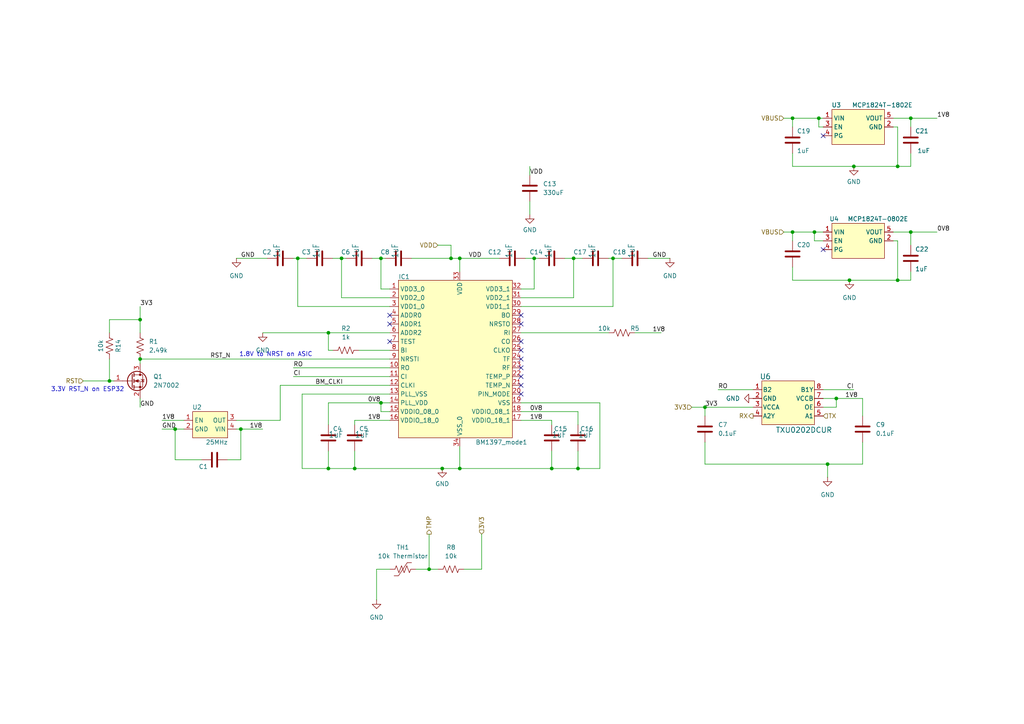
<source format=kicad_sch>
(kicad_sch (version 20231120) (generator "eeschema") (generator_version "8.0")
  (paper "A4")
  (title_block (title "NerdNOS") (date "2024-04-05") (rev "1"))
  (lib_symbols
    (symbol "Device:C" (pin_numbers hide) (pin_names (offset 0.254))
      (property "Reference" "C" (at 0.635 2.54 0))
      (property "Value" "C" (at 0.635 -2.54 0))
      (symbol "C_0_1"
        (polyline (pts (xy -2.032 -0.762) (xy 2.032 -0.762)) (stroke (width 0.508)))
        (polyline (pts (xy -2.032 0.762) (xy 2.032 0.762)) (stroke (width 0.508)))
      )
      (symbol "C_1_1"
        (pin passive line (at 0 3.81 270) (length 2.794) (name "~") (number "1"))
        (pin passive line (at 0 -3.81 90) (length 2.794) (name "~") (number "2"))
      )
    )
    (symbol "Device:R_US" (pin_numbers hide) (pin_names (offset 0))
      (property "Reference" "R" (at 2.54 0 90))
      (property "Value" "R_US" (at -2.54 0 90))
      (symbol "R_US_0_1"
        (polyline (pts (xy 0 -2.286) (xy 0 -2.54)))
        (polyline (pts (xy 0 2.286) (xy 0 2.54)))
        (polyline (pts (xy 0 -0.762) (xy 1.016 -1.143) (xy 0 -1.524) (xy -1.016 -1.905) (xy 0 -2.286)))
        (polyline (pts (xy 0 0.762) (xy 1.016 0.381) (xy 0 0) (xy -1.016 -0.381) (xy 0 -0.762)))
        (polyline (pts (xy 0 2.286) (xy 1.016 1.905) (xy 0 1.524) (xy -1.016 1.143) (xy 0 0.762)))
      )
      (symbol "R_US_1_1"
        (pin passive line (at 0 3.81 270) (length 1.27) (name "~") (number "1"))
        (pin passive line (at 0 -3.81 90) (length 1.27) (name "~") (number "2"))
      )
    )
    (symbol "Device:Thermistor_US" (pin_numbers hide) (pin_names (offset 0))
      (property "Reference" "TH" (at 2.54 1.27 90))
      (property "Value" "Thermistor_US" (at -2.54 0 90))
      (symbol "Thermistor_US_0_1"
        (polyline (pts (xy 0 -2.286) (xy 0 -2.54)))
        (polyline (pts (xy 0 2.286) (xy 0 2.54)))
        (polyline (pts (xy 1.905 -1.27) (xy 1.905 -2.54)))
        (polyline (pts (xy -1.905 2.54) (xy -1.905 1.27) (xy 1.905 -1.27)))
        (polyline (pts (xy 0 -0.762) (xy 1.016 -1.143) (xy 0 -1.524) (xy -1.016 -1.905) (xy 0 -2.286)))
        (polyline (pts (xy 0 0.762) (xy 1.016 0.381) (xy 0 0) (xy -1.016 -0.381) (xy 0 -0.762)))
        (polyline (pts (xy 0 2.286) (xy 1.016 1.905) (xy 0 1.524) (xy -1.016 1.143) (xy 0 0.762)))
      )
      (symbol "Thermistor_US_1_1"
        (pin passive line (at 0 3.81 270) (length 1.27) (name "~") (number "1"))
        (pin passive line (at 0 -3.81 90) (length 1.27) (name "~") (number "2"))
      )
    )
    (symbol "GND_1" (power) (pin_numbers hide) (pin_names (offset 0) hide)
      (property "Value" "GND" (at 0 -3.81 0))
      (symbol "GND_1_0_1"
        (polyline (pts (xy 0 0) (xy 0 -1.27) (xy 1.27 -1.27) (xy 0 -2.54) (xy -1.27 -1.27) (xy 0 -1.27)))
      )
      (symbol "GND_1_1_1"
        (pin power_in line (at 0 0 270) (length 0) (name "~") (number "1"))
      )
    )
    (symbol "GND_2" (power) (pin_numbers hide) (pin_names (offset 0) hide)
      (property "Value" "GND" (at 0 -3.81 0))
      (symbol "GND_2_0_1"
        (polyline (pts (xy 0 0) (xy 0 -1.27) (xy 1.27 -1.27) (xy 0 -2.54) (xy -1.27 -1.27) (xy 0 -1.27)))
      )
      (symbol "GND_2_1_1"
        (pin power_in line (at 0 0 270) (length 0) (name "~") (number "1"))
      )
    )
    (symbol "GND_4" (power) (pin_numbers hide) (pin_names (offset 0) hide)
      (property "Value" "GND" (at 0 -3.81 0))
      (symbol "GND_4_0_1"
        (polyline (pts (xy 0 0) (xy 0 -1.27) (xy 1.27 -1.27) (xy 0 -2.54) (xy -1.27 -1.27) (xy 0 -1.27)))
      )
      (symbol "GND_4_1_1"
        (pin power_in line (at 0 0 270) (length 0) (name "~") (number "1"))
      )
    )
    (symbol "GND_5" (power) (pin_numbers hide) (pin_names (offset 0) hide)
      (property "Value" "GND" (at 0 -3.81 0))
      (symbol "GND_5_0_1"
        (polyline (pts (xy 0 0) (xy 0 -1.27) (xy 1.27 -1.27) (xy 0 -2.54) (xy -1.27 -1.27) (xy 0 -1.27)))
      )
      (symbol "GND_5_1_1"
        (pin power_in line (at 0 0 270) (length 0) (name "~") (number "1"))
      )
    )
    (symbol "GND_6" (power) (pin_numbers hide) (pin_names (offset 0) hide)
      (property "Value" "GND" (at 0 -3.81 0))
      (symbol "GND_6_0_1"
        (polyline (pts (xy 0 0) (xy 0 -1.27) (xy 1.27 -1.27) (xy 0 -2.54) (xy -1.27 -1.27) (xy 0 -1.27)))
      )
      (symbol "GND_6_1_1"
        (pin power_in line (at 0 0 270) (length 0) (name "~") (number "1"))
      )
    )
    (symbol "GND_7" (power) (pin_numbers hide) (pin_names (offset 0) hide)
      (property "Value" "GND" (at 0 -3.81 0))
      (symbol "GND_7_0_1"
        (polyline (pts (xy 0 0) (xy 0 -1.27) (xy 1.27 -1.27) (xy 0 -2.54) (xy -1.27 -1.27) (xy 0 -1.27)))
      )
      (symbol "GND_7_1_1"
        (pin power_in line (at 0 0 270) (length 0) (name "~") (number "1"))
      )
    )
    (symbol "Transistor_FET:2N7002" (pin_names hide)
      (property "Reference" "Q" (at 5.08 1.905 0))
      (property "Value" "2N7002" (at 5.08 0 0))
      (symbol "2N7002_0_1"
        (polyline (pts (xy 0.254 0) (xy -2.54 0)))
        (polyline (pts (xy 0.254 1.905) (xy 0.254 -1.905)) (stroke (width 0.254)))
        (polyline (pts (xy 0.762 -1.27) (xy 0.762 -2.286)) (stroke (width 0.254)))
        (polyline (pts (xy 0.762 0.508) (xy 0.762 -0.508)) (stroke (width 0.254)))
        (polyline (pts (xy 0.762 2.286) (xy 0.762 1.27)) (stroke (width 0.254)))
        (polyline (pts (xy 2.54 2.54) (xy 2.54 1.778)))
        (polyline (pts (xy 2.54 -2.54) (xy 2.54 0) (xy 0.762 0)))
        (polyline (pts (xy 0.762 -1.778) (xy 3.302 -1.778) (xy 3.302 1.778) (xy 0.762 1.778)))
        (polyline (pts (xy 1.016 0) (xy 2.032 0.381) (xy 2.032 -0.381) (xy 1.016 0)) (fill (type outline)))
        (polyline (pts (xy 2.794 0.508) (xy 2.921 0.381) (xy 3.683 0.381) (xy 3.81 0.254)))
        (polyline (pts (xy 3.302 0.381) (xy 2.921 -0.254) (xy 3.683 -0.254) (xy 3.302 0.381)))
        (circle (center 1.651 0) (radius 2.794) (stroke (width 0.254)))
        (circle (center 2.54 -1.778) (radius 0.254) (fill (type outline)))
        (circle (center 2.54 1.778) (radius 0.254) (fill (type outline)))
      )
      (symbol "2N7002_1_1"
        (pin input line (at -5.08 0 0) (length 2.54) (name "G") (number "1"))
        (pin passive line (at 2.54 -5.08 90) (length 2.54) (name "S") (number "2"))
        (pin passive line (at 2.54 5.08 270) (length 2.54) (name "D") (number "3"))
      )
    )
    (symbol "bitaxe:BM1397_mode1"
      (property "Reference" "IC" (at -17.78 17.78 0))
      (property "Value" "BM1397_mode1" (at -17.78 -30.48 0))
      (symbol "BM1397_mode1_1_0"
        (pin bidirectional line (at -20.32 15.24 0) (length 2.54) (name "VDD3_0") (number "1"))
        (pin bidirectional line (at -20.32 -7.62 0) (length 2.54) (name "RO") (number "10"))
        (pin bidirectional line (at -20.32 -10.16 0) (length 2.54) (name "CI") (number "11"))
        (pin bidirectional line (at -20.32 -12.7 0) (length 2.54) (name "CLKI") (number "12"))
        (pin bidirectional line (at -20.32 -15.24 0) (length 2.54) (name "PLL_VSS") (number "13"))
        (pin bidirectional line (at -20.32 -17.78 0) (length 2.54) (name "PLL_VDD") (number "14"))
        (pin bidirectional line (at -20.32 -20.32 0) (length 2.54) (name "VDDIO_08_0") (number "15"))
        (pin bidirectional line (at -20.32 -22.86 0) (length 2.54) (name "VDDIO_18_0") (number "16"))
        (pin bidirectional line (at 17.78 -22.86 180) (length 2.54) (name "VDDIO_18_1") (number "17"))
        (pin bidirectional line (at 17.78 -20.32 180) (length 2.54) (name "VDDIO_08_1") (number "18"))
        (pin bidirectional line (at 17.78 -17.78 180) (length 2.54) (name "VSS") (number "19"))
        (pin bidirectional line (at -20.32 12.7 0) (length 2.54) (name "VDD2_0") (number "2"))
        (pin bidirectional line (at 17.78 -15.24 180) (length 2.54) (name "PIN_MODE") (number "20"))
        (pin bidirectional line (at 17.78 -12.7 180) (length 2.54) (name "TEMP_N") (number "21"))
        (pin bidirectional line (at 17.78 -10.16 180) (length 2.54) (name "TEMP_P") (number "22"))
        (pin bidirectional line (at 17.78 -7.62 180) (length 2.54) (name "RF") (number "23"))
        (pin bidirectional line (at 17.78 -5.08 180) (length 2.54) (name "TF") (number "24"))
        (pin bidirectional line (at 17.78 -2.54 180) (length 2.54) (name "CLKO") (number "25"))
        (pin bidirectional line (at 17.78 0 180) (length 2.54) (name "CO") (number "26"))
        (pin bidirectional line (at 17.78 2.54 180) (length 2.54) (name "RI") (number "27"))
        (pin bidirectional line (at 17.78 5.08 180) (length 2.54) (name "NRSTO") (number "28"))
        (pin bidirectional line (at 17.78 7.62 180) (length 2.54) (name "BO") (number "29"))
        (pin bidirectional line (at -20.32 10.16 0) (length 2.54) (name "VDD1_0") (number "3"))
        (pin bidirectional line (at 17.78 10.16 180) (length 2.54) (name "VDD1_1") (number "30"))
        (pin bidirectional line (at 17.78 12.7 180) (length 2.54) (name "VDD2_1") (number "31"))
        (pin bidirectional line (at 17.78 15.24 180) (length 2.54) (name "VDD3_1") (number "32"))
        (pin bidirectional line (at 0 20.32 270) (length 2.54) (name "VDD") (number "33"))
        (pin bidirectional line (at 0 -30.48 90) (length 2.54) (name "VSS_0") (number "34"))
        (pin bidirectional line (at -20.32 7.62 0) (length 2.54) (name "ADDR0") (number "4"))
        (pin bidirectional line (at -20.32 5.08 0) (length 2.54) (name "ADDR1") (number "5"))
        (pin bidirectional line (at -20.32 2.54 0) (length 2.54) (name "ADDR2") (number "6"))
        (pin bidirectional line (at -20.32 0 0) (length 2.54) (name "TEST") (number "7"))
        (pin bidirectional line (at -20.32 -2.54 0) (length 2.54) (name "BI") (number "8"))
        (pin bidirectional line (at -20.32 -5.08 0) (length 2.54) (name "NRSTI") (number "9"))
      )
      (symbol "BM1397_mode1_1_1"
        (rectangle (start -17.78 17.78) (end 15.24 -27.94) (stroke (width 0.1524)) (fill (type background)))
      )
    )
    (symbol "bitaxe:MCP1824"
      (property "Reference" "U" (at -7.62 5.08 0))
      (property "Value" "MCP1824" (at 5.08 5.08 0))
      (symbol "MCP1824_0_1"
        (rectangle (start -7.62 3.81) (end 7.62 -6.35) (stroke (width 0.1524)) (fill (type background)))
      )
      (symbol "MCP1824_1_0"
        (pin bidirectional line (at -10.16 1.27 0) (length 2.54) (name "VIN") (number "1"))
        (pin bidirectional line (at 10.16 -1.27 180) (length 2.54) (name "GND") (number "2"))
        (pin bidirectional line (at -10.16 -1.27 0) (length 2.54) (name "EN") (number "3"))
        (pin bidirectional line (at -10.16 -3.81 0) (length 2.54) (name "PG") (number "4"))
        (pin power_out line (at 10.16 1.27 180) (length 2.54) (name "VOUT") (number "5"))
      )
    )
    (symbol "bitaxe:TXU0202DCUR" (pin_names (offset 0.254))
      (property "Reference" "U6" (at -6.604 7.62 0))
      (property "Value" "TXU0202DCUR" (at 7.62 -8.128 0))
      (symbol "TXU0202DCUR_0_1"
        (pin power_out line (at -10.16 1.27 0) (length 2.54) (name "GND") (number "2"))
        (pin power_in line (at -10.16 -1.27 0) (length 2.54) (name "VCCA") (number "3"))
        (pin output line (at -10.16 -3.81 0) (length 2.54) (name "A2Y") (number "4"))
        (pin input line (at 10.16 -3.81 180) (length 2.54) (name "A1") (number "5"))
        (pin input line (at 10.16 -1.27 180) (length 2.54) (name "OE") (number "6"))
        (pin power_in line (at 10.16 1.27 180) (length 2.54) (name "VCCB") (number "7"))
        (pin output line (at 10.16 3.81 180) (length 2.54) (name "B1Y") (number "8"))
      )
      (symbol "TXU0202DCUR_1_1"
        (rectangle (start -7.62 6.35) (end 7.62 -6.35) (fill (type background)))
        (pin input line (at -10.16 3.81 0) (length 2.54) (name "B2") (number "1"))
      )
    )
    (symbol "bitaxe:oscillator"
      (property "Reference" "U" (at -3.81 5.08 0))
      (property "Value" "oscillator" (at 0 -5.08 0))
      (symbol "oscillator_0_1"
        (rectangle (start -5.08 3.81) (end 5.08 -3.81) (stroke (width 0.1524)) (fill (type background)))
      )
      (symbol "oscillator_1_0"
        (pin input line (at -7.62 1.27 0) (length 2.54) (name "EN") (number "1"))
        (pin bidirectional line (at -7.62 -1.27 0) (length 2.54) (name "GND") (number "2"))
        (pin bidirectional line (at 7.62 1.27 180) (length 2.54) (name "OUT") (number "3"))
        (pin power_in line (at 7.62 -1.27 180) (length 2.54) (name "VIN") (number "4"))
      )
    )
    (symbol "power:GND" (power) (pin_names (offset 0))
      (property "Value" "GND" (at 0 -3.81 0))
      (symbol "GND_0_1"
        (polyline (pts (xy 0 0) (xy 0 -1.27) (xy 1.27 -1.27) (xy 0 -2.54) (xy -1.27 -1.27) (xy 0 -1.27)))
      )
      (symbol "GND_1_1"
        (pin power_in line (at 0 0 270) (length 0) hide (name "GND") (number "1"))
      )
    )
  )
  (junction (at 240.03 134.62))
  (junction (at 260.35 48.26) (diameter 0.9144))
  (junction (at 229.87 67.31) (diameter 0.9144))
  (junction (at 242.57 115.57))
  (junction (at 237.49 34.29))
  (junction (at 95.25 135.89))
  (junction (at 229.87 34.29) (diameter 0.9144))
  (junction (at 160.02 135.89))
  (junction (at 130.81 74.93))
  (junction (at 50.8 124.46))
  (junction (at 40.64 104.14))
  (junction (at 204.47 118.11))
  (junction (at 167.64 135.89))
  (junction (at 128.27 135.89))
  (junction (at 102.87 135.89))
  (junction (at 236.22 67.31))
  (junction (at 247.65 48.26))
  (junction (at 40.64 92.71))
  (junction (at 264.16 67.31) (diameter 0.9144))
  (junction (at 99.06 74.93))
  (junction (at 154.94 74.93))
  (junction (at 166.37 74.93))
  (junction (at 124.46 165.1))
  (junction (at 95.25 96.52))
  (junction (at 264.16 34.29) (diameter 0.9144))
  (junction (at 86.36 74.93))
  (junction (at 177.8 74.93))
  (junction (at 31.75 110.49))
  (junction (at 246.38 81.28))
  (junction (at 110.49 116.84))
  (junction (at 133.35 135.89))
  (junction (at 69.85 124.46))
  (junction (at 133.35 74.93))
  (junction (at 260.35 81.28) (diameter 0.9144))
  (junction (at 110.49 74.93))
  (no_connect (at 113.03 99.06))
  (no_connect (at 151.13 111.76))
  (no_connect (at 151.13 114.3))
  (no_connect (at 151.13 101.6))
  (no_connect (at 151.13 109.22))
  (no_connect (at 151.13 104.14))
  (no_connect (at 238.76 39.37))
  (no_connect (at 113.03 93.98))
  (no_connect (at 151.13 106.68))
  (no_connect (at 151.13 99.06))
  (no_connect (at 151.13 91.44))
  (no_connect (at 151.13 93.98))
  (no_connect (at 113.03 91.44))
  (no_connect (at 238.76 72.39))
  (wire (pts (xy 133.35 135.89) (xy 133.35 129.54)))
  (wire (pts (xy 110.49 74.93) (xy 110.49 83.82)))
  (wire (pts (xy 40.64 104.14) (xy 113.03 104.14)))
  (wire (pts (xy 107.95 74.93) (xy 110.49 74.93)))
  (wire (pts (xy 69.85 124.46) (xy 76.2 124.46)))
  (wire (pts (xy 40.64 92.71) (xy 40.64 96.52)))
  (wire (pts (xy 102.87 130.81) (xy 102.87 135.89)))
  (wire (pts (xy 68.58 124.46) (xy 69.85 124.46)))
  (wire (pts (xy 187.96 74.93) (xy 194.31 74.93)))
  (wire (pts (xy 154.94 74.93) (xy 156.21 74.93)))
  (wire (pts (xy 240.03 134.62) (xy 250.19 134.62)))
  (wire (pts (xy 76.2 96.52) (xy 95.25 96.52)))
  (wire (pts (xy 166.37 86.36) (xy 166.37 74.93)))
  (wire (pts (xy 153.67 58.42) (xy 153.67 62.23)))
  (wire (pts (xy 120.65 165.1) (xy 124.46 165.1)))
  (wire (pts (xy 31.75 96.52) (xy 31.75 92.71)))
  (wire (pts (xy 236.22 69.85) (xy 238.76 69.85)))
  (wire (pts (xy 184.15 96.52) (xy 191.77 96.52)))
  (wire (pts (xy 160.02 130.81) (xy 160.02 135.89)))
  (wire (pts (xy 86.36 88.9) (xy 86.36 74.93)))
  (wire (pts (xy 173.99 116.84) (xy 151.13 116.84)))
  (wire (pts (xy 260.35 81.28) (xy 246.38 81.28)))
  (wire (pts (xy 31.75 92.71) (xy 40.64 92.71)))
  (wire (pts (xy 24.13 110.49) (xy 31.75 110.49)))
  (wire (pts (xy 110.49 119.38) (xy 110.49 116.84)))
  (wire (pts (xy 238.76 118.11) (xy 242.57 118.11)))
  (wire (pts (xy 68.58 121.92) (xy 81.28 121.92)))
  (wire (pts (xy 264.16 34.29) (xy 271.78 34.29)))
  (wire (pts (xy 260.35 69.85) (xy 259.08 69.85)))
  (wire (pts (xy 229.87 48.26) (xy 247.65 48.26)))
  (wire (pts (xy 264.16 44.45) (xy 264.16 48.26)))
  (wire (pts (xy 95.25 130.81) (xy 95.25 135.89)))
  (wire (pts (xy 152.4 74.93) (xy 154.94 74.93)))
  (wire (pts (xy 236.22 69.85) (xy 236.22 67.31)))
  (wire (pts (xy 81.28 111.76) (xy 81.28 121.92)))
  (wire (pts (xy 50.8 133.35) (xy 50.8 124.46)))
  (wire (pts (xy 127 71.12) (xy 130.81 71.12)))
  (wire (pts (xy 227.33 67.31) (xy 229.87 67.31)))
  (wire (pts (xy 46.99 124.46) (xy 50.8 124.46)))
  (wire (pts (xy 167.64 119.38) (xy 167.64 123.19)))
  (wire (pts (xy 95.25 135.89) (xy 102.87 135.89)))
  (wire (pts (xy 238.76 115.57) (xy 242.57 115.57)))
  (wire (pts (xy 229.87 44.45) (xy 229.87 48.26)))
  (wire (pts (xy 238.76 113.03) (xy 247.65 113.03)))
  (wire (pts (xy 87.63 114.3) (xy 87.63 135.89)))
  (wire (pts (xy 229.87 34.29) (xy 229.87 36.83)))
  (wire (pts (xy 236.22 67.31) (xy 238.76 67.31)))
  (wire (pts (xy 109.22 165.1) (xy 109.22 173.99)))
  (wire (pts (xy 250.19 134.62) (xy 250.19 128.27)))
  (wire (pts (xy 31.75 110.49) (xy 33.02 110.49)))
  (wire (pts (xy 151.13 119.38) (xy 167.64 119.38)))
  (wire (pts (xy 95.25 116.84) (xy 110.49 116.84)))
  (wire (pts (xy 237.49 36.83) (xy 237.49 34.29)))
  (wire (pts (xy 242.57 115.57) (xy 250.19 115.57)))
  (wire (pts (xy 119.38 74.93) (xy 130.81 74.93)))
  (wire (pts (xy 229.87 34.29) (xy 237.49 34.29)))
  (wire (pts (xy 31.75 104.14) (xy 31.75 110.49)))
  (wire (pts (xy 68.58 74.93) (xy 77.47 74.93)))
  (wire (pts (xy 204.47 134.62) (xy 204.47 128.27)))
  (wire (pts (xy 124.46 154.94) (xy 124.46 165.1)))
  (wire (pts (xy 85.09 109.22) (xy 113.03 109.22)))
  (wire (pts (xy 259.08 67.31) (xy 264.16 67.31)))
  (wire (pts (xy 113.03 83.82) (xy 110.49 83.82)))
  (wire (pts (xy 229.87 67.31) (xy 229.87 69.85)))
  (wire (pts (xy 86.36 74.93) (xy 88.9 74.93)))
  (wire (pts (xy 128.27 135.89) (xy 133.35 135.89)))
  (wire (pts (xy 208.28 113.03) (xy 218.44 113.03)))
  (wire (pts (xy 259.08 34.29) (xy 264.16 34.29)))
  (wire (pts (xy 204.47 118.11) (xy 218.44 118.11)))
  (wire (pts (xy 166.37 74.93) (xy 168.91 74.93)))
  (wire (pts (xy 133.35 74.93) (xy 133.35 78.74)))
  (wire (pts (xy 173.99 135.89) (xy 173.99 116.84)))
  (wire (pts (xy 133.35 135.89) (xy 160.02 135.89)))
  (wire (pts (xy 66.04 133.35) (xy 69.85 133.35)))
  (wire (pts (xy 151.13 121.92) (xy 160.02 121.92)))
  (wire (pts (xy 242.57 118.11) (xy 242.57 115.57)))
  (wire (pts (xy 200.66 118.11) (xy 204.47 118.11)))
  (wire (pts (xy 153.67 50.8) (xy 153.67 48.26)))
  (wire (pts (xy 81.28 111.76) (xy 113.03 111.76)))
  (wire (pts (xy 250.19 115.57) (xy 250.19 120.65)))
  (wire (pts (xy 46.99 121.92) (xy 53.34 121.92)))
  (wire (pts (xy 151.13 96.52) (xy 176.53 96.52)))
  (wire (pts (xy 95.25 123.19) (xy 95.25 116.84)))
  (wire (pts (xy 69.85 133.35) (xy 69.85 124.46)))
  (wire (pts (xy 163.83 74.93) (xy 166.37 74.93)))
  (wire (pts (xy 167.64 135.89) (xy 173.99 135.89)))
  (wire (pts (xy 264.16 48.26) (xy 260.35 48.26)))
  (wire (pts (xy 130.81 71.12) (xy 130.81 74.93)))
  (wire (pts (xy 85.09 106.68) (xy 113.03 106.68)))
  (wire (pts (xy 237.49 34.29) (xy 238.76 34.29)))
  (wire (pts (xy 144.78 74.93) (xy 133.35 74.93)))
  (wire (pts (xy 264.16 67.31) (xy 264.16 71.12)))
  (wire (pts (xy 204.47 134.62) (xy 240.03 134.62)))
  (wire (pts (xy 176.53 74.93) (xy 177.8 74.93)))
  (wire (pts (xy 50.8 124.46) (xy 53.34 124.46)))
  (wire (pts (xy 102.87 135.89) (xy 128.27 135.89)))
  (wire (pts (xy 113.03 86.36) (xy 99.06 86.36)))
  (wire (pts (xy 113.03 119.38) (xy 110.49 119.38)))
  (wire (pts (xy 110.49 116.84) (xy 113.03 116.84)))
  (wire (pts (xy 260.35 36.83) (xy 260.35 48.26)))
  (wire (pts (xy 160.02 135.89) (xy 167.64 135.89)))
  (wire (pts (xy 104.14 101.6) (xy 113.03 101.6)))
  (wire (pts (xy 229.87 67.31) (xy 236.22 67.31)))
  (wire (pts (xy 95.25 96.52) (xy 113.03 96.52)))
  (wire (pts (xy 167.64 130.81) (xy 167.64 135.89)))
  (wire (pts (xy 102.87 123.19) (xy 102.87 121.92)))
  (wire (pts (xy 96.52 101.6) (xy 95.25 101.6)))
  (wire (pts (xy 102.87 121.92) (xy 113.03 121.92)))
  (wire (pts (xy 95.25 101.6) (xy 95.25 96.52)))
  (wire (pts (xy 260.35 36.83) (xy 259.08 36.83)))
  (wire (pts (xy 87.63 135.89) (xy 95.25 135.89)))
  (wire (pts (xy 58.42 133.35) (xy 50.8 133.35)))
  (wire (pts (xy 264.16 34.29) (xy 264.16 36.83)))
  (wire (pts (xy 87.63 114.3) (xy 113.03 114.3)))
  (wire (pts (xy 151.13 88.9) (xy 177.8 88.9)))
  (wire (pts (xy 204.47 118.11) (xy 204.47 120.65)))
  (wire (pts (xy 260.35 69.85) (xy 260.35 81.28)))
  (wire (pts (xy 110.49 74.93) (xy 111.76 74.93)))
  (wire (pts (xy 227.33 34.29) (xy 229.87 34.29)))
  (wire (pts (xy 85.09 74.93) (xy 86.36 74.93)))
  (wire (pts (xy 247.65 48.26) (xy 260.35 48.26)))
  (wire (pts (xy 113.03 88.9) (xy 86.36 88.9)))
  (wire (pts (xy 40.64 88.9) (xy 40.64 92.71)))
  (wire (pts (xy 264.16 81.28) (xy 260.35 81.28)))
  (wire (pts (xy 229.87 77.47) (xy 229.87 81.28)))
  (wire (pts (xy 177.8 88.9) (xy 177.8 74.93)))
  (wire (pts (xy 130.81 74.93) (xy 133.35 74.93)))
  (wire (pts (xy 96.52 74.93) (xy 99.06 74.93)))
  (wire (pts (xy 40.64 115.57) (xy 40.64 118.11)))
  (wire (pts (xy 99.06 86.36) (xy 99.06 74.93)))
  (wire (pts (xy 264.16 78.74) (xy 264.16 81.28)))
  (wire (pts (xy 160.02 121.92) (xy 160.02 123.19)))
  (wire (pts (xy 264.16 67.31) (xy 271.78 67.31)))
  (wire (pts (xy 99.06 74.93) (xy 100.33 74.93)))
  (wire (pts (xy 237.49 36.83) (xy 238.76 36.83)))
  (wire (pts (xy 240.03 134.62) (xy 240.03 138.43)))
  (wire (pts (xy 134.62 165.1) (xy 139.7 165.1)))
  (wire (pts (xy 246.38 81.28) (xy 229.87 81.28)))
  (wire (pts (xy 154.94 83.82) (xy 154.94 74.93)))
  (wire (pts (xy 40.64 104.14) (xy 40.64 105.41)))
  (wire (pts (xy 151.13 86.36) (xy 166.37 86.36)))
  (wire (pts (xy 113.03 165.1) (xy 109.22 165.1)))
  (wire (pts (xy 124.46 165.1) (xy 127 165.1)))
  (wire (pts (xy 151.13 83.82) (xy 154.94 83.82)))
  (wire (pts (xy 139.7 165.1) (xy 139.7 154.94)))
  (wire (pts (xy 177.8 74.93) (xy 180.34 74.93)))
  (text "3.3V RST_N on ESP32" (at 25.4 113.03 0) (effects (font (size 1.27 1.27))))
  (text "1.8V to NRST on ASIC" (at 80.01 102.87 0) (effects (font (size 1.27 1.27))))
  (label "1V8" (at 153.67 121.92 0))
  (label "0V8" (at 106.68 116.84 0))
  (label "VDD" (at 135.89 74.93 0))
  (label "GND" (at 46.99 124.46 0))
  (label "3V3" (at 40.64 88.9 0))
  (label "3V3" (at 204.47 118.11 0))
  (label "GND" (at 189.23 74.93 0))
  (label "RST_N" (at 60.96 104.14 0))
  (label "1V8" (at 46.99 121.92 0))
  (label "CI" (at 247.65 113.03 180))
  (label "0V8" (at 153.67 119.38 0))
  (label "1V8" (at 106.68 121.92 0))
  (label "BM_CLKI" (at 91.44 111.76 0))
  (label "0V8" (at 271.78 67.31 0))
  (label "GND" (at 69.85 74.93 0))
  (label "1V8" (at 189.23 96.52 0))
  (label "CI" (at 85.09 109.22 0))
  (label "1V8" (at 72.39 124.46 0))
  (label "1V8" (at 245.11 115.57 0))
  (label "GND" (at 40.64 118.11 0))
  (label "RO" (at 208.28 113.03 0))
  (label "RO" (at 85.09 106.68 0))
  (label "1V8" (at 271.78 34.29 0))
  (label "VDD" (at 153.67 50.8 0))
  (hierarchical_label "TX" (shape input) (at 238.76 120.65 0))
  (hierarchical_label "3V3" (shape input) (at 200.66 118.11 180))
  (hierarchical_label "TMP" (shape output) (at 124.46 154.94 90))
  (hierarchical_label "3V3" (shape input) (at 139.7 154.94 90))
  (hierarchical_label "RST" (shape input) (at 24.13 110.49 180))
  (hierarchical_label "RX" (shape output) (at 218.44 120.65 180))
  (hierarchical_label "VBUS" (shape input) (at 227.33 34.29 180))
  (hierarchical_label "VBUS" (shape input) (at 227.33 67.31 180))
  (hierarchical_label "VDD" (shape input) (at 127 71.12 180))
  (symbol (lib_id "Device:C") (at 160.02 74.93 90) (unit 1)
    (property "Reference" "C14" (at 157.48 72.39 90) (effects (justify left bottom)))
    (property "Value" "1uF" (at 160.02 74.93 0) (effects (font (size 1.778 1.5113)) (justify left bottom)))
    (property "Footprint" "Capacitor_SMD:C_0402_1005Metric" (effects (hide yes)))
    (property "DK" "587-5514-1-ND" (effects (hide yes)))
    (property "PARTNO" "EMK105BJ105MV-F" (effects (hide yes)))
  )
  (symbol (lib_id "Device:C") (at 95.25 127 0) (unit 1)
    (property "Reference" "C4" (at 96.52 125.095 0) (effects (justify left bottom)))
    (property "Value" "1uF" (at 95.25 127 0) (effects (font (size 1.778 1.5113)) (justify left bottom)))
    (property "Footprint" "Capacitor_SMD:C_0402_1005Metric" (effects (hide yes)))
    (property "DK" "587-5514-1-ND" (effects (hide yes)))
    (property "PARTNO" "EMK105BJ105MV-F" (effects (hide yes)))
  )
  (symbol (lib_id "Device:Thermistor_US") (at 116.84 165.1 90) (unit 1)
    (property "Reference" "TH1" (at 116.84 158.75 90))
    (property "Value" "10k Thermistor" (at 116.84 161.29 90))
    (property "Footprint" "Resistor_SMD:R_0402_1005Metric" (effects (hide yes)))
    (property "Description" "Thermistor, temperature dependent resistor, US symbol" (effects (hide yes)))
    (property "PARTNO" "NTCG103JF103FT1" (effects (hide yes)))
    (property "DK" "445-2550-2-ND" (effects (hide yes)))
  )
  (symbol (lib_id "power:GND") (at 247.65 48.26 0) (mirror y) (unit 1)
    (property "Reference" "#PWR012" (effects (hide yes)))
    (property "Value" "GND" (at 247.65 52.705 0))
  )
  (symbol (lib_id "Device:C") (at 167.64 127 0) (unit 1)
    (property "Reference" "C16" (at 168.275 125.095 0) (effects (justify left bottom)))
    (property "Value" "1uF" (at 167.64 127 0) (effects (font (size 1.778 1.5113)) (justify left bottom)))
    (property "Footprint" "Capacitor_SMD:C_0402_1005Metric" (effects (hide yes)))
    (property "DK" "587-5514-1-ND" (effects (hide yes)))
    (property "PARTNO" "EMK105BJ105MV-F" (effects (hide yes)))
  )
  (symbol (lib_id "Device:C") (at 115.57 74.93 90) (unit 1)
    (property "Reference" "C8" (at 113.03 72.39 90) (effects (justify left bottom)))
    (property "Value" "1uF" (at 115.57 74.93 0) (effects (font (size 1.778 1.5113)) (justify left bottom)))
    (property "Footprint" "Capacitor_SMD:C_0402_1005Metric" (effects (hide yes)))
    (property "DK" "587-5514-1-ND" (effects (hide yes)))
    (property "PARTNO" "EMK105BJ105MV-F" (effects (hide yes)))
  )
  (symbol (lib_id "Device:C") (at 264.16 74.93 0) (unit 1)
    (property "Reference" "C22" (at 265.43 73.025 0) (effects (justify left bottom)))
    (property "Value" "1uF" (at 265.43 78.74 0) (effects (justify left bottom)))
    (property "Footprint" "Capacitor_SMD:C_0402_1005Metric" (effects (hide yes)))
    (property "DK" "587-5514-1-ND" (effects (hide yes)))
    (property "PARTNO" "EMK105BJ105MV-F" (effects (hide yes)))
  )
  (symbol (lib_name "GND_1") (lib_id "power:GND") (at 68.58 74.93 0) (unit 1)
    (property "Reference" "#PWR07" (effects (hide yes)))
    (property "Value" "GND" (at 68.58 80.01 0))
    (property "Description" "Power symbol creates a global label with name \"GND\" , ground" (effects (hide yes)))
  )
  (symbol (lib_id "Device:C") (at 104.14 74.93 90) (unit 1)
    (property "Reference" "C6" (at 101.6 72.39 90) (effects (justify left bottom)))
    (property "Value" "1uF" (at 104.14 74.93 0) (effects (font (size 1.778 1.5113)) (justify left bottom)))
    (property "Footprint" "Capacitor_SMD:C_0402_1005Metric" (effects (hide yes)))
    (property "DK" "587-5514-1-ND" (effects (hide yes)))
    (property "PARTNO" "EMK105BJ105MV-F" (effects (hide yes)))
  )
  (symbol (lib_id "power:GND") (at 128.27 135.89 0) (mirror y) (unit 1)
    (property "Reference" "#PWR02" (effects (hide yes)))
    (property "Value" "GND" (at 128.27 140.335 0))
  )
  (symbol (lib_id "Device:C") (at 229.87 40.64 0) (unit 1)
    (property "Reference" "C19" (at 231.14 38.735 0) (effects (justify left bottom)))
    (property "Value" "1uF" (at 231.14 44.45 0) (effects (justify left bottom)))
    (property "Footprint" "Capacitor_SMD:C_0402_1005Metric" (effects (hide yes)))
    (property "DK" "587-5514-1-ND" (effects (hide yes)))
    (property "PARTNO" "EMK105BJ105MV-F" (effects (hide yes)))
  )
  (symbol (lib_id "bitaxe:BM1397_mode1") (at 133.35 99.06 0) (unit 1)
    (property "Reference" "IC1" (at 115.57 80.264 0) (effects (justify left)))
    (property "Value" "BM1397_mode1" (at 137.922 128.27 0) (effects (justify left)))
    (property "Footprint" "bitaxe:BM1397" (effects (hide yes)))
    (property "DNP" "T" (effects (hide yes)))
  )
  (symbol (lib_id "Device:R_US") (at 31.75 100.33 0) (unit 1)
    (property "Reference" "R14" (at 34.29 100.33 90))
    (property "Value" "10k" (at 29.21 100.33 90))
    (property "Footprint" "Resistor_SMD:R_0402_1005Metric" (effects (hide yes)))
    (property "DK" "311-10KJRCT-ND" (effects (hide yes)))
    (property "PARTNO" "RC0402JR-0710KL" (effects (hide yes)))
  )
  (symbol (lib_name "GND_2") (lib_id "power:GND") (at 194.31 74.93 0) (unit 1)
    (property "Reference" "#PWR08" (effects (hide yes)))
    (property "Value" "GND" (at 194.31 80.01 0))
    (property "Description" "Power symbol creates a global label with name \"GND\" , ground" (effects (hide yes)))
  )
  (symbol (lib_id "bitaxe:MCP1824") (at 248.92 35.56 0) (unit 1)
    (property "Reference" "U3" (at 242.57 30.48 0))
    (property "Value" "MCP1824T-1802E" (at 255.905 30.48 0))
    (property "Footprint" "Package_TO_SOT_SMD:SOT-23-5" (effects (hide yes)))
    (property "Datasheet" "https://ww1.microchip.com/downloads/en/DeviceDoc/22070a.pdf" (effects (hide yes)))
    (property "PARTNO" "MCP1824T-1802E/OT" (effects (hide yes)))
    (property "DK" "MCP1824T-1802E/OTCT-ND" (effects (hide yes)))
  )
  (symbol (lib_id "Device:C") (at 81.28 74.93 90) (unit 1)
    (property "Reference" "C2" (at 78.74 72.39 90) (effects (justify left bottom)))
    (property "Value" "1uF" (at 81.28 74.93 0) (effects (font (size 1.778 1.5113)) (justify left bottom)))
    (property "Footprint" "Capacitor_SMD:C_0402_1005Metric" (effects (hide yes)))
    (property "DK" "587-5514-1-ND" (effects (hide yes)))
    (property "PARTNO" "EMK105BJ105MV-F" (effects (hide yes)))
  )
  (symbol (lib_id "Device:C") (at 92.71 74.93 90) (unit 1)
    (property "Reference" "C3" (at 90.17 72.39 90) (effects (justify left bottom)))
    (property "Value" "1uF" (at 92.71 74.93 0) (effects (font (size 1.778 1.5113)) (justify left bottom)))
    (property "Footprint" "Capacitor_SMD:C_0402_1005Metric" (effects (hide yes)))
    (property "DK" "587-5514-1-ND" (effects (hide yes)))
    (property "PARTNO" "EMK105BJ105MV-F" (effects (hide yes)))
  )
  (symbol (lib_id "Device:C") (at 264.16 40.64 0) (unit 1)
    (property "Reference" "C21" (at 265.43 38.735 0) (effects (justify left bottom)))
    (property "Value" "1uF" (at 266.065 44.45 0) (effects (justify left bottom)))
    (property "Footprint" "Capacitor_SMD:C_0402_1005Metric" (effects (hide yes)))
    (property "DK" "587-5514-1-ND" (effects (hide yes)))
    (property "PARTNO" "EMK105BJ105MV-F" (effects (hide yes)))
  )
  (symbol (lib_id "Device:C") (at 102.87 127 0) (unit 1)
    (property "Reference" "C5" (at 104.14 125.095 0) (effects (justify left bottom)))
    (property "Value" "1uF" (at 102.87 127 0) (effects (font (size 1.778 1.5113)) (justify left bottom)))
    (property "Footprint" "Capacitor_SMD:C_0402_1005Metric" (effects (hide yes)))
    (property "DK" "587-5514-1-ND" (effects (hide yes)))
    (property "PARTNO" "EMK105BJ105MV-F" (effects (hide yes)))
  )
  (symbol (lib_id "Device:C") (at 172.72 74.93 90) (unit 1)
    (property "Reference" "C17" (at 170.18 72.39 90) (effects (justify left bottom)))
    (property "Value" "1uF" (at 172.72 74.93 0) (effects (font (size 1.778 1.5113)) (justify left bottom)))
    (property "Footprint" "Capacitor_SMD:C_0402_1005Metric" (effects (hide yes)))
    (property "DK" "587-5514-1-ND" (effects (hide yes)))
    (property "PARTNO" "EMK105BJ105MV-F" (effects (hide yes)))
  )
  (symbol (lib_id "bitaxe:MCP1824") (at 248.92 68.58 0) (unit 1)
    (property "Reference" "U4" (at 241.935 63.5 0))
    (property "Value" "MCP1824T-0802E" (at 254.635 63.5 0))
    (property "Footprint" "Package_TO_SOT_SMD:SOT-23-5" (effects (hide yes)))
    (property "Datasheet" "https://ww1.microchip.com/downloads/en/DeviceDoc/22070a.pdf" (effects (hide yes)))
    (property "PARTNO" "MCP1824T-0802E/OT" (effects (hide yes)))
    (property "DK" "MCP1824T-0802E/OTCT-ND" (effects (hide yes)))
  )
  (symbol (lib_name "GND_1") (lib_id "power:GND") (at 76.2 96.52 0) (unit 1)
    (property "Reference" "#PWR05" (effects (hide yes)))
    (property "Value" "GND" (at 76.2 101.6 0))
    (property "Description" "Power symbol creates a global label with name \"GND\" , ground" (effects (hide yes)))
  )
  (symbol (lib_id "Device:R_US") (at 130.81 165.1 90) (unit 1)
    (property "Reference" "R8" (at 130.81 158.75 90))
    (property "Value" "10k" (at 130.81 161.29 90))
    (property "Footprint" "Resistor_SMD:R_0402_1005Metric" (effects (hide yes)))
    (property "Description" "Resistor, US symbol" (effects (hide yes)))
    (property "DK" "311-10KJRCT-ND" (effects (hide yes)))
    (property "PARTNO" "RC0402JR-0710KL" (effects (hide yes)))
  )
  (symbol (lib_id "Device:C") (at 229.87 73.66 0) (unit 1)
    (property "Reference" "C20" (at 231.14 71.755 0) (effects (justify left bottom)))
    (property "Value" "0.1uF" (effects (hide yes)))
    (property "Footprint" "Capacitor_SMD:C_0402_1005Metric" (effects (hide yes)))
    (property "DK" "478-KGM05AR71C104KHCT-ND" (effects (hide yes)))
    (property "PARTNO" "KGM05AR71C104KH" (effects (hide yes)))
  )
  (symbol (lib_name "GND_7") (lib_id "power:GND") (at 109.22 173.99 0) (unit 1)
    (property "Reference" "#PWR06" (effects (hide yes)))
    (property "Value" "GND" (at 109.22 179.07 0))
    (property "Description" "Power symbol creates a global label with name \"GND\" , ground" (effects (hide yes)))
  )
  (symbol (lib_id "Device:C") (at 148.59 74.93 90) (unit 1)
    (property "Reference" "C12" (at 145.415 72.39 90) (effects (justify left bottom)))
    (property "Value" "1uF" (at 148.59 74.93 0) (effects (font (size 1.778 1.5113)) (justify left bottom)))
    (property "Footprint" "Capacitor_SMD:C_0402_1005Metric" (effects (hide yes)))
    (property "DK" "587-5514-1-ND" (effects (hide yes)))
    (property "PARTNO" "EMK105BJ105MV-F" (effects (hide yes)))
  )
  (symbol (lib_id "Transistor_FET:2N7002") (at 38.1 110.49 0) (unit 1)
    (property "Reference" "Q1" (at 44.45 109.2199 0) (effects (justify left)))
    (property "Value" "2N7002" (at 44.45 111.7599 0) (effects (justify left)))
    (property "Footprint" "Package_TO_SOT_SMD:SOT-23" (effects (hide yes)))
    (property "Datasheet" "https://www.onsemi.com/pub/Collateral/NDS7002A-D.PDF" (effects (hide yes)))
    (property "Description" "0.115A Id, 60V Vds, N-Channel MOSFET, SOT-23" (effects (hide yes)))
    (property "DK" "2N7002NCT-ND" (effects (hide yes)))
    (property "PARTNO" "2N7002" (effects (hide yes)))
  )
  (symbol (lib_id "Device:C") (at 62.23 133.35 90) (unit 1)
    (property "Reference" "C1" (at 60.325 134.62 90) (effects (justify left bottom)))
    (property "Value" "0.1uF" (effects (hide yes)))
    (property "Footprint" "Capacitor_SMD:C_0402_1005Metric" (effects (hide yes)))
    (property "DK" "478-KGM05AR71C104KHCT-ND" (effects (hide yes)))
    (property "PARTNO" "KGM05AR71C104KH" (effects (hide yes)))
  )
  (symbol (lib_id "bitaxe:TXU0202DCUR") (at 228.6 116.84 0) (unit 1)
    (property "Reference" "U6" (at 221.996 109.22 0) (effects (font (size 1.524 1.524))))
    (property "Value" "TXU0202DCUR" (at 233.172 124.714 0) (effects (font (size 1.524 1.524))))
    (property "Footprint" "bitaxe:SO8_DCU_TEX" (effects (hide yes)))
    (property "Datasheet" "TXU0202DCUR" (effects (hide yes)))
    (property "Description" "https://www.ti.com/lit/ds/symlink/txu0202.pdf" (effects (hide yes)))
    (property "DK" "296-TXU0202DCURCT-ND" (effects (hide yes)))
    (property "PARTNO" "TXU0202DCUR" (effects (hide yes)))
  )
  (symbol (lib_id "Device:R_US") (at 180.34 96.52 90) (unit 1)
    (property "Reference" "R5" (at 184.15 95.25 90))
    (property "Value" "10k" (at 175.26 95.25 90))
    (property "Footprint" "Resistor_SMD:R_0402_1005Metric" (effects (hide yes)))
    (property "DK" "311-10KJRCT-ND" (effects (hide yes)))
    (property "PARTNO" "RC0402JR-0710KL" (effects (hide yes)))
  )
  (symbol (lib_id "Device:C") (at 160.02 127 0) (unit 1)
    (property "Reference" "C15" (at 160.655 125.095 0) (effects (justify left bottom)))
    (property "Value" "1uF" (at 160.02 127 0) (effects (font (size 1.778 1.5113)) (justify left bottom)))
    (property "Footprint" "Capacitor_SMD:C_0402_1005Metric" (effects (hide yes)))
    (property "DK" "587-5514-1-ND" (effects (hide yes)))
    (property "PARTNO" "EMK105BJ105MV-F" (effects (hide yes)))
  )
  (symbol (lib_id "Device:C") (at 153.67 54.61 0) (unit 1)
    (property "Reference" "C13" (at 157.48 53.3399 0) (effects (justify left)))
    (property "Value" "330uF" (at 157.48 55.8799 0) (effects (justify left)))
    (property "Footprint" "Capacitor_SMD:C_1210_3225Metric" (effects (hide yes)))
    (property "Description" "Unpolarized capacitor" (effects (hide yes)))
    (property "DK" "490-GRM32ER60G337ME05KCT-ND" (effects (hide yes)))
    (property "PARTNO" "GRM32ER60G337ME05K" (effects (hide yes)))
  )
  (symbol (lib_id "Device:C") (at 184.15 74.93 90) (unit 1)
    (property "Reference" "C18" (at 181.61 72.39 90) (effects (justify left bottom)))
    (property "Value" "1uF" (at 184.15 74.93 0) (effects (font (size 1.778 1.5113)) (justify left bottom)))
    (property "Footprint" "Capacitor_SMD:C_0402_1005Metric" (effects (hide yes)))
    (property "DK" "587-5514-1-ND" (effects (hide yes)))
    (property "PARTNO" "EMK105BJ105MV-F" (effects (hide yes)))
  )
  (symbol (lib_id "bitaxe:oscillator") (at 60.96 123.19 0) (unit 1)
    (property "Reference" "U2" (at 57.15 118.11 0))
    (property "Value" "25MHz" (at 62.865 128.27 0))
    (property "Footprint" "bitaxe:O 25,0-JO32-B-1V3-1-T1-LF" (effects (hide yes)))
    (property "Datasheet" "https://www.jauch.com/downloadfile/5ef1edcfb8e2f73163c8ce8009ef659d1/jo32-1.8-3.3v.pdf" (effects (hide yes)))
    (property "DK" "1908-O250-JO32-B-1V3-1-T1-LFCT-ND" (effects (hide yes)))
    (property "PARTNO" "O 25,0-JO32-B-1V3-1-T1-LF" (effects (hide yes)))
  )
  (symbol (lib_name "GND_6") (lib_id "power:GND") (at 240.03 138.43 0) (unit 1)
    (property "Reference" "#PWR015" (effects (hide yes)))
    (property "Value" "GND" (at 240.03 143.51 0))
    (property "Description" "Power symbol creates a global label with name \"GND\" , ground" (effects (hide yes)))
  )
  (symbol (lib_id "Device:R_US") (at 100.33 101.6 90) (unit 1)
    (property "Reference" "R2" (at 100.33 95.25 90))
    (property "Value" "1k" (at 100.33 97.79 90))
    (property "Footprint" "Resistor_SMD:R_0402_1005Metric" (effects (hide yes)))
    (property "Description" "Resistor, US symbol" (effects (hide yes)))
    (property "DK" "311-1.00KLRCT-ND" (effects (hide yes)))
    (property "PARTNO" "RC0402FR-071KL" (effects (hide yes)))
  )
  (symbol (lib_id "Device:C") (at 250.19 124.46 0) (unit 1)
    (property "Reference" "C9" (at 254 123.1899 0) (effects (justify left)))
    (property "Value" "0.1uF" (at 254 125.7299 0) (effects (justify left)))
    (property "Footprint" "Capacitor_SMD:C_0402_1005Metric" (effects (hide yes)))
    (property "Description" "Unpolarized capacitor" (effects (hide yes)))
    (property "PARTNO" "KGM05AR71C104KH" (effects (hide yes)))
    (property "DK" "478-KGM05AR71C104KHCT-ND" (effects (hide yes)))
  )
  (symbol (lib_name "GND_5") (lib_id "power:GND") (at 246.38 81.28 0) (unit 1)
    (property "Reference" "#PWR013" (effects (hide yes)))
    (property "Value" "GND" (at 246.38 86.36 0))
    (property "Description" "Power symbol creates a global label with name \"GND\" , ground" (effects (hide yes)))
  )
  (symbol (lib_id "Device:R_US") (at 40.64 100.33 180) (unit 1)
    (property "Reference" "R1" (at 43.18 99.0599 0) (effects (justify right)))
    (property "Value" "2.49k" (at 43.18 101.5999 0) (effects (justify right)))
    (property "Footprint" "Resistor_SMD:R_0402_1005Metric" (effects (hide yes)))
    (property "Description" "Resistor, US symbol" (effects (hide yes)))
    (property "DK" "P2.49KLCT-ND" (effects (hide yes)))
    (property "PARTNO" "ERJ-2RKF2491X" (effects (hide yes)))
  )
  (symbol (lib_id "power:GND") (at 153.67 62.23 0) (mirror y) (unit 1)
    (property "Reference" "#PWR01" (effects (hide yes)))
    (property "Value" "GND" (at 153.67 66.675 0))
  )
  (symbol (lib_name "GND_4") (lib_id "power:GND") (at 218.44 115.57 270) (unit 1)
    (property "Reference" "#PWR014" (effects (hide yes)))
    (property "Value" "GND" (at 214.63 115.5699 90) (effects (justify right)))
    (property "Description" "Power symbol creates a global label with name \"GND\" , ground" (effects (hide yes)))
  )
  (symbol (lib_id "Device:C") (at 204.47 124.46 180) (unit 1)
    (property "Reference" "C7" (at 208.28 123.1899 0) (effects (justify right)))
    (property "Value" "0.1uF" (at 208.28 125.7299 0) (effects (justify right)))
    (property "Footprint" "Capacitor_SMD:C_0402_1005Metric" (effects (hide yes)))
    (property "Description" "Unpolarized capacitor" (effects (hide yes)))
    (property "PARTNO" "KGM05AR71C104KH" (effects (hide yes)))
    (property "DK" "478-KGM05AR71C104KHCT-ND" (effects (hide yes)))
  )
)
</source>
